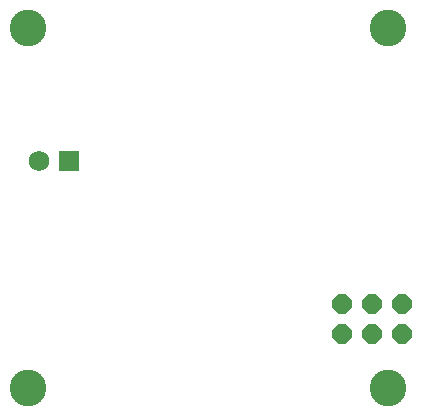
<source format=gbr>
G04 EAGLE Gerber RS-274X export*
G75*
%MOMM*%
%FSLAX34Y34*%
%LPD*%
%INSoldermask Bottom*%
%IPPOS*%
%AMOC8*
5,1,8,0,0,1.08239X$1,22.5*%
G01*
%ADD10C,3.101600*%
%ADD11P,1.787675X8X22.500000*%
%ADD12R,1.751600X1.751600*%
%ADD13C,1.751600*%


D10*
X30000Y30000D03*
X334800Y30000D03*
X30000Y334800D03*
X334800Y334800D03*
D11*
X295402Y75692D03*
X295402Y101092D03*
X320802Y75692D03*
X320802Y101092D03*
X346202Y75692D03*
X346202Y101092D03*
D12*
X64062Y222400D03*
D13*
X39062Y222400D03*
M02*

</source>
